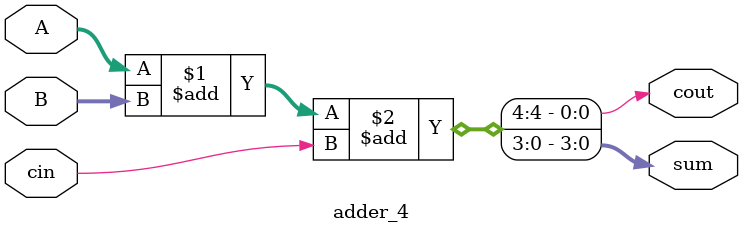
<source format=sv>
module adder_4 (
  input logic [3:0] A, B,
  input logic cin,
  output logic [3:0] sum,
  output logic cout
);
  assign {cout, sum} = A+B+cin;
endmodule

</source>
